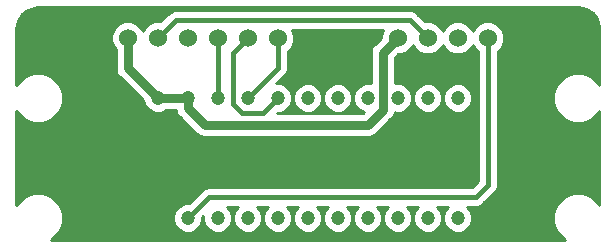
<source format=gbr>
G04 #@! TF.GenerationSoftware,KiCad,Pcbnew,(5.0.2)-1*
G04 #@! TF.CreationDate,2019-03-16T10:06:05-05:00*
G04 #@! TF.ProjectId,CCDBoard_Hardware,43434442-6f61-4726-945f-486172647761,rev?*
G04 #@! TF.SameCoordinates,Original*
G04 #@! TF.FileFunction,Copper,L1,Top*
G04 #@! TF.FilePolarity,Positive*
%FSLAX46Y46*%
G04 Gerber Fmt 4.6, Leading zero omitted, Abs format (unit mm)*
G04 Created by KiCad (PCBNEW (5.0.2)-1) date 3/16/2019 10:06:05 AM*
%MOMM*%
%LPD*%
G01*
G04 APERTURE LIST*
G04 #@! TA.AperFunction,ComponentPad*
%ADD10C,1.200000*%
G04 #@! TD*
G04 #@! TA.AperFunction,ComponentPad*
%ADD11C,1.524000*%
G04 #@! TD*
G04 #@! TA.AperFunction,Conductor*
%ADD12C,0.381000*%
G04 #@! TD*
G04 #@! TA.AperFunction,Conductor*
%ADD13C,0.762000*%
G04 #@! TD*
G04 #@! TA.AperFunction,Conductor*
%ADD14C,0.254000*%
G04 #@! TD*
G04 APERTURE END LIST*
D10*
G04 #@! TO.P,U1,22*
G04 #@! TO.N,GND*
X12700000Y2540000D03*
G04 #@! TO.P,U1,21*
G04 #@! TO.N,OS*
X15240000Y2540000D03*
G04 #@! TO.P,U1,20*
G04 #@! TO.N,N/C*
X17780000Y2540000D03*
G04 #@! TO.P,U1,19*
X20320000Y2540000D03*
G04 #@! TO.P,U1,18*
X22860000Y2540000D03*
G04 #@! TO.P,U1,17*
X25400000Y2540000D03*
G04 #@! TO.P,U1,16*
X27940000Y2540000D03*
G04 #@! TO.P,U1,15*
X30480000Y2540000D03*
G04 #@! TO.P,U1,14*
X33020000Y2540000D03*
G04 #@! TO.P,U1,13*
X35560000Y2540000D03*
G04 #@! TO.P,U1,12*
X38100000Y2540000D03*
G04 #@! TO.P,U1,11*
X38100000Y12700000D03*
G04 #@! TO.P,U1,10*
X35560000Y12700000D03*
G04 #@! TO.P,U1,9*
X33020000Y12700000D03*
G04 #@! TO.P,U1,8*
X30480000Y12700000D03*
G04 #@! TO.P,U1,7*
X27940000Y12700000D03*
G04 #@! TO.P,U1,6*
X25400000Y12700000D03*
G04 #@! TO.P,U1,5*
G04 #@! TO.N,SH*
X22860000Y12700000D03*
G04 #@! TO.P,U1,4*
G04 #@! TO.N,M*
X20320000Y12700000D03*
G04 #@! TO.P,U1,3*
G04 #@! TO.N,ICG*
X17780000Y12700000D03*
G04 #@! TO.P,U1,2*
G04 #@! TO.N,+3V3*
X15240000Y12700000D03*
G04 #@! TO.P,U1,1*
X12700000Y12700000D03*
G04 #@! TD*
D11*
G04 #@! TO.P,Conn1,1*
G04 #@! TO.N,+3V3*
X33020000Y17780000D03*
G04 #@! TO.P,Conn1,2*
G04 #@! TO.N,Sync2*
X35560000Y17780000D03*
G04 #@! TO.P,Conn1,3*
G04 #@! TO.N,Sync1*
X38100000Y17780000D03*
G04 #@! TO.P,Conn1,4*
G04 #@! TO.N,OS*
X40640000Y17780000D03*
G04 #@! TO.P,Conn1,5*
G04 #@! TO.N,GND*
X43180000Y17780000D03*
G04 #@! TD*
G04 #@! TO.P,Conn2,1*
G04 #@! TO.N,+3V3*
X10160000Y17780000D03*
G04 #@! TO.P,Conn2,2*
G04 #@! TO.N,Sync2*
X12700000Y17780000D03*
G04 #@! TO.P,Conn2,3*
G04 #@! TO.N,Sync1*
X15240000Y17780000D03*
G04 #@! TO.P,Conn2,4*
G04 #@! TO.N,ICG*
X17780000Y17780000D03*
G04 #@! TO.P,Conn2,5*
G04 #@! TO.N,SH*
X20320000Y17780000D03*
G04 #@! TO.P,Conn2,6*
G04 #@! TO.N,M*
X22860000Y17780000D03*
G04 #@! TO.P,Conn2,7*
G04 #@! TO.N,GND*
X25400000Y17780000D03*
G04 #@! TD*
D12*
G04 #@! TO.N,Sync2*
X14224000Y19304000D02*
X12700000Y17780000D01*
X34036000Y19304000D02*
X14224000Y19304000D01*
X35560000Y17780000D02*
X34036000Y19304000D01*
D13*
G04 #@! TO.N,+3V3*
X10160000Y15240000D02*
X12700000Y12700000D01*
X10160000Y17780000D02*
X10160000Y15240000D01*
X12700000Y12700000D02*
X15240000Y12700000D01*
X31750000Y16510000D02*
X33020000Y17780000D01*
X31750000Y11684000D02*
X31750000Y16510000D01*
X30480000Y10414000D02*
X31750000Y11684000D01*
X16677472Y10414000D02*
X30480000Y10414000D01*
X15240000Y11851472D02*
X16677472Y10414000D01*
X15240000Y12700000D02*
X15240000Y11851472D01*
D12*
G04 #@! TO.N,ICG*
X17780000Y16702370D02*
X17780000Y12700000D01*
X17780000Y17780000D02*
X17780000Y16702370D01*
G04 #@! TO.N,SH*
X20320000Y17780000D02*
X19050000Y16510000D01*
X19050000Y16510000D02*
X19050000Y12192000D01*
X19050000Y12192000D02*
X19812000Y11430000D01*
X21590000Y11430000D02*
X22860000Y12700000D01*
X19812000Y11430000D02*
X21590000Y11430000D01*
G04 #@! TO.N,M*
X22860000Y15240000D02*
X20320000Y12700000D01*
X22860000Y17780000D02*
X22860000Y15240000D01*
G04 #@! TO.N,OS*
X15240000Y2540000D02*
X17018000Y4318000D01*
X17018000Y4318000D02*
X39624000Y4318000D01*
X40640000Y5334000D02*
X40640000Y17780000D01*
X39624000Y4318000D02*
X40640000Y5334000D01*
G04 #@! TD*
D14*
G04 #@! TO.N,GND*
G36*
X48713698Y20309042D02*
X49138893Y20140695D01*
X49508858Y19871899D01*
X49800356Y19519538D01*
X49995067Y19105756D01*
X50087093Y18623338D01*
X50090000Y18530836D01*
X50090000Y13790982D01*
X50047246Y13894199D01*
X49454199Y14487246D01*
X48679347Y14808200D01*
X47840653Y14808200D01*
X47065801Y14487246D01*
X46472754Y13894199D01*
X46151800Y13119347D01*
X46151800Y12280653D01*
X46472754Y11505801D01*
X47065801Y10912754D01*
X47840653Y10591800D01*
X48679347Y10591800D01*
X49454199Y10912754D01*
X50047246Y11505801D01*
X50090000Y11609018D01*
X50090001Y3630979D01*
X50047246Y3734199D01*
X49454199Y4327246D01*
X48679347Y4648200D01*
X47840653Y4648200D01*
X47065801Y4327246D01*
X46472754Y3734199D01*
X46151800Y2959347D01*
X46151800Y2120653D01*
X46472754Y1345801D01*
X47065801Y752754D01*
X47169018Y710000D01*
X3630982Y710000D01*
X3734199Y752754D01*
X4327246Y1345801D01*
X4648200Y2120653D01*
X4648200Y2959347D01*
X4327246Y3734199D01*
X3734199Y4327246D01*
X2959347Y4648200D01*
X2120653Y4648200D01*
X1345801Y4327246D01*
X752754Y3734199D01*
X710000Y3630982D01*
X710000Y11609018D01*
X752754Y11505801D01*
X1345801Y10912754D01*
X2120653Y10591800D01*
X2959347Y10591800D01*
X3734199Y10912754D01*
X4327246Y11505801D01*
X4648200Y12280653D01*
X4648200Y13119347D01*
X4327246Y13894199D01*
X3734199Y14487246D01*
X2959347Y14808200D01*
X2120653Y14808200D01*
X1345801Y14487246D01*
X752754Y13894199D01*
X710000Y13790982D01*
X710000Y18057881D01*
X8763000Y18057881D01*
X8763000Y17502119D01*
X8975680Y16988663D01*
X9144000Y16820343D01*
X9144001Y15340068D01*
X9124096Y15240000D01*
X9188165Y14917906D01*
X9202950Y14843577D01*
X9427506Y14507505D01*
X9512338Y14450822D01*
X11465000Y12498159D01*
X11465000Y12454343D01*
X11653018Y12000429D01*
X12000429Y11653018D01*
X12454343Y11465000D01*
X12945657Y11465000D01*
X13399571Y11653018D01*
X13430553Y11684000D01*
X14237408Y11684000D01*
X14282950Y11455049D01*
X14507506Y11118977D01*
X14592337Y11062294D01*
X15888294Y9766337D01*
X15944977Y9681505D01*
X16029808Y9624823D01*
X16281047Y9456950D01*
X16281048Y9456950D01*
X16281049Y9456949D01*
X16577407Y9398000D01*
X16677471Y9378096D01*
X16777535Y9398000D01*
X30379937Y9398000D01*
X30480000Y9378096D01*
X30580063Y9398000D01*
X30580065Y9398000D01*
X30876423Y9456949D01*
X31212495Y9681505D01*
X31269180Y9766339D01*
X32397664Y10894823D01*
X32482495Y10951505D01*
X32707051Y11287577D01*
X32744778Y11477246D01*
X32774343Y11465000D01*
X33265657Y11465000D01*
X33719571Y11653018D01*
X34066982Y12000429D01*
X34255000Y12454343D01*
X34255000Y12945657D01*
X34325000Y12945657D01*
X34325000Y12454343D01*
X34513018Y12000429D01*
X34860429Y11653018D01*
X35314343Y11465000D01*
X35805657Y11465000D01*
X36259571Y11653018D01*
X36606982Y12000429D01*
X36795000Y12454343D01*
X36795000Y12945657D01*
X36865000Y12945657D01*
X36865000Y12454343D01*
X37053018Y12000429D01*
X37400429Y11653018D01*
X37854343Y11465000D01*
X38345657Y11465000D01*
X38799571Y11653018D01*
X39146982Y12000429D01*
X39335000Y12454343D01*
X39335000Y12945657D01*
X39146982Y13399571D01*
X38799571Y13746982D01*
X38345657Y13935000D01*
X37854343Y13935000D01*
X37400429Y13746982D01*
X37053018Y13399571D01*
X36865000Y12945657D01*
X36795000Y12945657D01*
X36606982Y13399571D01*
X36259571Y13746982D01*
X35805657Y13935000D01*
X35314343Y13935000D01*
X34860429Y13746982D01*
X34513018Y13399571D01*
X34325000Y12945657D01*
X34255000Y12945657D01*
X34066982Y13399571D01*
X33719571Y13746982D01*
X33265657Y13935000D01*
X32774343Y13935000D01*
X32766000Y13931544D01*
X32766000Y16089160D01*
X33059840Y16383000D01*
X33297881Y16383000D01*
X33811337Y16595680D01*
X34204320Y16988663D01*
X34290000Y17195513D01*
X34375680Y16988663D01*
X34768663Y16595680D01*
X35282119Y16383000D01*
X35837881Y16383000D01*
X36351337Y16595680D01*
X36744320Y16988663D01*
X36830000Y17195513D01*
X36915680Y16988663D01*
X37308663Y16595680D01*
X37822119Y16383000D01*
X38377881Y16383000D01*
X38891337Y16595680D01*
X39284320Y16988663D01*
X39370000Y17195513D01*
X39455680Y16988663D01*
X39814501Y16629842D01*
X39814500Y5675933D01*
X39282068Y5143500D01*
X17099303Y5143500D01*
X17018000Y5159672D01*
X16695905Y5095604D01*
X16570645Y5011907D01*
X16422848Y4913152D01*
X16376793Y4844226D01*
X15307568Y3775000D01*
X14994343Y3775000D01*
X14540429Y3586982D01*
X14193018Y3239571D01*
X14005000Y2785657D01*
X14005000Y2294343D01*
X14193018Y1840429D01*
X14540429Y1493018D01*
X14994343Y1305000D01*
X15485657Y1305000D01*
X15939571Y1493018D01*
X16286982Y1840429D01*
X16475000Y2294343D01*
X16475000Y2607568D01*
X16545000Y2677568D01*
X16545000Y2294343D01*
X16733018Y1840429D01*
X17080429Y1493018D01*
X17534343Y1305000D01*
X18025657Y1305000D01*
X18479571Y1493018D01*
X18826982Y1840429D01*
X19015000Y2294343D01*
X19015000Y2785657D01*
X18826982Y3239571D01*
X18574053Y3492500D01*
X19525947Y3492500D01*
X19273018Y3239571D01*
X19085000Y2785657D01*
X19085000Y2294343D01*
X19273018Y1840429D01*
X19620429Y1493018D01*
X20074343Y1305000D01*
X20565657Y1305000D01*
X21019571Y1493018D01*
X21366982Y1840429D01*
X21555000Y2294343D01*
X21555000Y2785657D01*
X21366982Y3239571D01*
X21114053Y3492500D01*
X22065947Y3492500D01*
X21813018Y3239571D01*
X21625000Y2785657D01*
X21625000Y2294343D01*
X21813018Y1840429D01*
X22160429Y1493018D01*
X22614343Y1305000D01*
X23105657Y1305000D01*
X23559571Y1493018D01*
X23906982Y1840429D01*
X24095000Y2294343D01*
X24095000Y2785657D01*
X23906982Y3239571D01*
X23654053Y3492500D01*
X24605947Y3492500D01*
X24353018Y3239571D01*
X24165000Y2785657D01*
X24165000Y2294343D01*
X24353018Y1840429D01*
X24700429Y1493018D01*
X25154343Y1305000D01*
X25645657Y1305000D01*
X26099571Y1493018D01*
X26446982Y1840429D01*
X26635000Y2294343D01*
X26635000Y2785657D01*
X26446982Y3239571D01*
X26194053Y3492500D01*
X27145947Y3492500D01*
X26893018Y3239571D01*
X26705000Y2785657D01*
X26705000Y2294343D01*
X26893018Y1840429D01*
X27240429Y1493018D01*
X27694343Y1305000D01*
X28185657Y1305000D01*
X28639571Y1493018D01*
X28986982Y1840429D01*
X29175000Y2294343D01*
X29175000Y2785657D01*
X28986982Y3239571D01*
X28734053Y3492500D01*
X29685947Y3492500D01*
X29433018Y3239571D01*
X29245000Y2785657D01*
X29245000Y2294343D01*
X29433018Y1840429D01*
X29780429Y1493018D01*
X30234343Y1305000D01*
X30725657Y1305000D01*
X31179571Y1493018D01*
X31526982Y1840429D01*
X31715000Y2294343D01*
X31715000Y2785657D01*
X31526982Y3239571D01*
X31274053Y3492500D01*
X32225947Y3492500D01*
X31973018Y3239571D01*
X31785000Y2785657D01*
X31785000Y2294343D01*
X31973018Y1840429D01*
X32320429Y1493018D01*
X32774343Y1305000D01*
X33265657Y1305000D01*
X33719571Y1493018D01*
X34066982Y1840429D01*
X34255000Y2294343D01*
X34255000Y2785657D01*
X34066982Y3239571D01*
X33814053Y3492500D01*
X34765947Y3492500D01*
X34513018Y3239571D01*
X34325000Y2785657D01*
X34325000Y2294343D01*
X34513018Y1840429D01*
X34860429Y1493018D01*
X35314343Y1305000D01*
X35805657Y1305000D01*
X36259571Y1493018D01*
X36606982Y1840429D01*
X36795000Y2294343D01*
X36795000Y2785657D01*
X36606982Y3239571D01*
X36354053Y3492500D01*
X37305947Y3492500D01*
X37053018Y3239571D01*
X36865000Y2785657D01*
X36865000Y2294343D01*
X37053018Y1840429D01*
X37400429Y1493018D01*
X37854343Y1305000D01*
X38345657Y1305000D01*
X38799571Y1493018D01*
X39146982Y1840429D01*
X39335000Y2294343D01*
X39335000Y2785657D01*
X39146982Y3239571D01*
X38894053Y3492500D01*
X39542699Y3492500D01*
X39624000Y3476328D01*
X39705301Y3492500D01*
X39705303Y3492500D01*
X39946094Y3540396D01*
X40219152Y3722848D01*
X40265209Y3791777D01*
X41166226Y4692793D01*
X41235152Y4738848D01*
X41417604Y5011906D01*
X41465500Y5252697D01*
X41465500Y5252698D01*
X41481672Y5334000D01*
X41465500Y5415301D01*
X41465500Y16629843D01*
X41824320Y16988663D01*
X42037000Y17502119D01*
X42037000Y18057881D01*
X41824320Y18571337D01*
X41431337Y18964320D01*
X40917881Y19177000D01*
X40362119Y19177000D01*
X39848663Y18964320D01*
X39455680Y18571337D01*
X39370000Y18364487D01*
X39284320Y18571337D01*
X38891337Y18964320D01*
X38377881Y19177000D01*
X37822119Y19177000D01*
X37308663Y18964320D01*
X36915680Y18571337D01*
X36830000Y18364487D01*
X36744320Y18571337D01*
X36351337Y18964320D01*
X35837881Y19177000D01*
X35330433Y19177000D01*
X34677209Y19830223D01*
X34631152Y19899152D01*
X34358094Y20081604D01*
X34117303Y20129500D01*
X34117301Y20129500D01*
X34036000Y20145672D01*
X33954699Y20129500D01*
X14305297Y20129500D01*
X14223999Y20145671D01*
X14142701Y20129500D01*
X14142697Y20129500D01*
X13901906Y20081604D01*
X13808784Y20019382D01*
X13697772Y19945206D01*
X13697771Y19945205D01*
X13628848Y19899152D01*
X13582795Y19830229D01*
X12929567Y19177000D01*
X12422119Y19177000D01*
X11908663Y18964320D01*
X11515680Y18571337D01*
X11430000Y18364487D01*
X11344320Y18571337D01*
X10951337Y18964320D01*
X10437881Y19177000D01*
X9882119Y19177000D01*
X9368663Y18964320D01*
X8975680Y18571337D01*
X8763000Y18057881D01*
X710000Y18057881D01*
X710000Y18497334D01*
X772958Y18995698D01*
X941305Y19420893D01*
X1210101Y19790858D01*
X1562462Y20082356D01*
X1976244Y20277067D01*
X2458662Y20369093D01*
X2551164Y20372000D01*
X48215334Y20372000D01*
X48713698Y20309042D01*
X48713698Y20309042D01*
G37*
X48713698Y20309042D02*
X49138893Y20140695D01*
X49508858Y19871899D01*
X49800356Y19519538D01*
X49995067Y19105756D01*
X50087093Y18623338D01*
X50090000Y18530836D01*
X50090000Y13790982D01*
X50047246Y13894199D01*
X49454199Y14487246D01*
X48679347Y14808200D01*
X47840653Y14808200D01*
X47065801Y14487246D01*
X46472754Y13894199D01*
X46151800Y13119347D01*
X46151800Y12280653D01*
X46472754Y11505801D01*
X47065801Y10912754D01*
X47840653Y10591800D01*
X48679347Y10591800D01*
X49454199Y10912754D01*
X50047246Y11505801D01*
X50090000Y11609018D01*
X50090001Y3630979D01*
X50047246Y3734199D01*
X49454199Y4327246D01*
X48679347Y4648200D01*
X47840653Y4648200D01*
X47065801Y4327246D01*
X46472754Y3734199D01*
X46151800Y2959347D01*
X46151800Y2120653D01*
X46472754Y1345801D01*
X47065801Y752754D01*
X47169018Y710000D01*
X3630982Y710000D01*
X3734199Y752754D01*
X4327246Y1345801D01*
X4648200Y2120653D01*
X4648200Y2959347D01*
X4327246Y3734199D01*
X3734199Y4327246D01*
X2959347Y4648200D01*
X2120653Y4648200D01*
X1345801Y4327246D01*
X752754Y3734199D01*
X710000Y3630982D01*
X710000Y11609018D01*
X752754Y11505801D01*
X1345801Y10912754D01*
X2120653Y10591800D01*
X2959347Y10591800D01*
X3734199Y10912754D01*
X4327246Y11505801D01*
X4648200Y12280653D01*
X4648200Y13119347D01*
X4327246Y13894199D01*
X3734199Y14487246D01*
X2959347Y14808200D01*
X2120653Y14808200D01*
X1345801Y14487246D01*
X752754Y13894199D01*
X710000Y13790982D01*
X710000Y18057881D01*
X8763000Y18057881D01*
X8763000Y17502119D01*
X8975680Y16988663D01*
X9144000Y16820343D01*
X9144001Y15340068D01*
X9124096Y15240000D01*
X9188165Y14917906D01*
X9202950Y14843577D01*
X9427506Y14507505D01*
X9512338Y14450822D01*
X11465000Y12498159D01*
X11465000Y12454343D01*
X11653018Y12000429D01*
X12000429Y11653018D01*
X12454343Y11465000D01*
X12945657Y11465000D01*
X13399571Y11653018D01*
X13430553Y11684000D01*
X14237408Y11684000D01*
X14282950Y11455049D01*
X14507506Y11118977D01*
X14592337Y11062294D01*
X15888294Y9766337D01*
X15944977Y9681505D01*
X16029808Y9624823D01*
X16281047Y9456950D01*
X16281048Y9456950D01*
X16281049Y9456949D01*
X16577407Y9398000D01*
X16677471Y9378096D01*
X16777535Y9398000D01*
X30379937Y9398000D01*
X30480000Y9378096D01*
X30580063Y9398000D01*
X30580065Y9398000D01*
X30876423Y9456949D01*
X31212495Y9681505D01*
X31269180Y9766339D01*
X32397664Y10894823D01*
X32482495Y10951505D01*
X32707051Y11287577D01*
X32744778Y11477246D01*
X32774343Y11465000D01*
X33265657Y11465000D01*
X33719571Y11653018D01*
X34066982Y12000429D01*
X34255000Y12454343D01*
X34255000Y12945657D01*
X34325000Y12945657D01*
X34325000Y12454343D01*
X34513018Y12000429D01*
X34860429Y11653018D01*
X35314343Y11465000D01*
X35805657Y11465000D01*
X36259571Y11653018D01*
X36606982Y12000429D01*
X36795000Y12454343D01*
X36795000Y12945657D01*
X36865000Y12945657D01*
X36865000Y12454343D01*
X37053018Y12000429D01*
X37400429Y11653018D01*
X37854343Y11465000D01*
X38345657Y11465000D01*
X38799571Y11653018D01*
X39146982Y12000429D01*
X39335000Y12454343D01*
X39335000Y12945657D01*
X39146982Y13399571D01*
X38799571Y13746982D01*
X38345657Y13935000D01*
X37854343Y13935000D01*
X37400429Y13746982D01*
X37053018Y13399571D01*
X36865000Y12945657D01*
X36795000Y12945657D01*
X36606982Y13399571D01*
X36259571Y13746982D01*
X35805657Y13935000D01*
X35314343Y13935000D01*
X34860429Y13746982D01*
X34513018Y13399571D01*
X34325000Y12945657D01*
X34255000Y12945657D01*
X34066982Y13399571D01*
X33719571Y13746982D01*
X33265657Y13935000D01*
X32774343Y13935000D01*
X32766000Y13931544D01*
X32766000Y16089160D01*
X33059840Y16383000D01*
X33297881Y16383000D01*
X33811337Y16595680D01*
X34204320Y16988663D01*
X34290000Y17195513D01*
X34375680Y16988663D01*
X34768663Y16595680D01*
X35282119Y16383000D01*
X35837881Y16383000D01*
X36351337Y16595680D01*
X36744320Y16988663D01*
X36830000Y17195513D01*
X36915680Y16988663D01*
X37308663Y16595680D01*
X37822119Y16383000D01*
X38377881Y16383000D01*
X38891337Y16595680D01*
X39284320Y16988663D01*
X39370000Y17195513D01*
X39455680Y16988663D01*
X39814501Y16629842D01*
X39814500Y5675933D01*
X39282068Y5143500D01*
X17099303Y5143500D01*
X17018000Y5159672D01*
X16695905Y5095604D01*
X16570645Y5011907D01*
X16422848Y4913152D01*
X16376793Y4844226D01*
X15307568Y3775000D01*
X14994343Y3775000D01*
X14540429Y3586982D01*
X14193018Y3239571D01*
X14005000Y2785657D01*
X14005000Y2294343D01*
X14193018Y1840429D01*
X14540429Y1493018D01*
X14994343Y1305000D01*
X15485657Y1305000D01*
X15939571Y1493018D01*
X16286982Y1840429D01*
X16475000Y2294343D01*
X16475000Y2607568D01*
X16545000Y2677568D01*
X16545000Y2294343D01*
X16733018Y1840429D01*
X17080429Y1493018D01*
X17534343Y1305000D01*
X18025657Y1305000D01*
X18479571Y1493018D01*
X18826982Y1840429D01*
X19015000Y2294343D01*
X19015000Y2785657D01*
X18826982Y3239571D01*
X18574053Y3492500D01*
X19525947Y3492500D01*
X19273018Y3239571D01*
X19085000Y2785657D01*
X19085000Y2294343D01*
X19273018Y1840429D01*
X19620429Y1493018D01*
X20074343Y1305000D01*
X20565657Y1305000D01*
X21019571Y1493018D01*
X21366982Y1840429D01*
X21555000Y2294343D01*
X21555000Y2785657D01*
X21366982Y3239571D01*
X21114053Y3492500D01*
X22065947Y3492500D01*
X21813018Y3239571D01*
X21625000Y2785657D01*
X21625000Y2294343D01*
X21813018Y1840429D01*
X22160429Y1493018D01*
X22614343Y1305000D01*
X23105657Y1305000D01*
X23559571Y1493018D01*
X23906982Y1840429D01*
X24095000Y2294343D01*
X24095000Y2785657D01*
X23906982Y3239571D01*
X23654053Y3492500D01*
X24605947Y3492500D01*
X24353018Y3239571D01*
X24165000Y2785657D01*
X24165000Y2294343D01*
X24353018Y1840429D01*
X24700429Y1493018D01*
X25154343Y1305000D01*
X25645657Y1305000D01*
X26099571Y1493018D01*
X26446982Y1840429D01*
X26635000Y2294343D01*
X26635000Y2785657D01*
X26446982Y3239571D01*
X26194053Y3492500D01*
X27145947Y3492500D01*
X26893018Y3239571D01*
X26705000Y2785657D01*
X26705000Y2294343D01*
X26893018Y1840429D01*
X27240429Y1493018D01*
X27694343Y1305000D01*
X28185657Y1305000D01*
X28639571Y1493018D01*
X28986982Y1840429D01*
X29175000Y2294343D01*
X29175000Y2785657D01*
X28986982Y3239571D01*
X28734053Y3492500D01*
X29685947Y3492500D01*
X29433018Y3239571D01*
X29245000Y2785657D01*
X29245000Y2294343D01*
X29433018Y1840429D01*
X29780429Y1493018D01*
X30234343Y1305000D01*
X30725657Y1305000D01*
X31179571Y1493018D01*
X31526982Y1840429D01*
X31715000Y2294343D01*
X31715000Y2785657D01*
X31526982Y3239571D01*
X31274053Y3492500D01*
X32225947Y3492500D01*
X31973018Y3239571D01*
X31785000Y2785657D01*
X31785000Y2294343D01*
X31973018Y1840429D01*
X32320429Y1493018D01*
X32774343Y1305000D01*
X33265657Y1305000D01*
X33719571Y1493018D01*
X34066982Y1840429D01*
X34255000Y2294343D01*
X34255000Y2785657D01*
X34066982Y3239571D01*
X33814053Y3492500D01*
X34765947Y3492500D01*
X34513018Y3239571D01*
X34325000Y2785657D01*
X34325000Y2294343D01*
X34513018Y1840429D01*
X34860429Y1493018D01*
X35314343Y1305000D01*
X35805657Y1305000D01*
X36259571Y1493018D01*
X36606982Y1840429D01*
X36795000Y2294343D01*
X36795000Y2785657D01*
X36606982Y3239571D01*
X36354053Y3492500D01*
X37305947Y3492500D01*
X37053018Y3239571D01*
X36865000Y2785657D01*
X36865000Y2294343D01*
X37053018Y1840429D01*
X37400429Y1493018D01*
X37854343Y1305000D01*
X38345657Y1305000D01*
X38799571Y1493018D01*
X39146982Y1840429D01*
X39335000Y2294343D01*
X39335000Y2785657D01*
X39146982Y3239571D01*
X38894053Y3492500D01*
X39542699Y3492500D01*
X39624000Y3476328D01*
X39705301Y3492500D01*
X39705303Y3492500D01*
X39946094Y3540396D01*
X40219152Y3722848D01*
X40265209Y3791777D01*
X41166226Y4692793D01*
X41235152Y4738848D01*
X41417604Y5011906D01*
X41465500Y5252697D01*
X41465500Y5252698D01*
X41481672Y5334000D01*
X41465500Y5415301D01*
X41465500Y16629843D01*
X41824320Y16988663D01*
X42037000Y17502119D01*
X42037000Y18057881D01*
X41824320Y18571337D01*
X41431337Y18964320D01*
X40917881Y19177000D01*
X40362119Y19177000D01*
X39848663Y18964320D01*
X39455680Y18571337D01*
X39370000Y18364487D01*
X39284320Y18571337D01*
X38891337Y18964320D01*
X38377881Y19177000D01*
X37822119Y19177000D01*
X37308663Y18964320D01*
X36915680Y18571337D01*
X36830000Y18364487D01*
X36744320Y18571337D01*
X36351337Y18964320D01*
X35837881Y19177000D01*
X35330433Y19177000D01*
X34677209Y19830223D01*
X34631152Y19899152D01*
X34358094Y20081604D01*
X34117303Y20129500D01*
X34117301Y20129500D01*
X34036000Y20145672D01*
X33954699Y20129500D01*
X14305297Y20129500D01*
X14223999Y20145671D01*
X14142701Y20129500D01*
X14142697Y20129500D01*
X13901906Y20081604D01*
X13808784Y20019382D01*
X13697772Y19945206D01*
X13697771Y19945205D01*
X13628848Y19899152D01*
X13582795Y19830229D01*
X12929567Y19177000D01*
X12422119Y19177000D01*
X11908663Y18964320D01*
X11515680Y18571337D01*
X11430000Y18364487D01*
X11344320Y18571337D01*
X10951337Y18964320D01*
X10437881Y19177000D01*
X9882119Y19177000D01*
X9368663Y18964320D01*
X8975680Y18571337D01*
X8763000Y18057881D01*
X710000Y18057881D01*
X710000Y18497334D01*
X772958Y18995698D01*
X941305Y19420893D01*
X1210101Y19790858D01*
X1562462Y20082356D01*
X1976244Y20277067D01*
X2458662Y20369093D01*
X2551164Y20372000D01*
X48215334Y20372000D01*
X48713698Y20309042D01*
G36*
X31623000Y18057881D02*
X31623000Y17819840D01*
X31102337Y17299177D01*
X31017506Y17242495D01*
X30960823Y17157663D01*
X30792950Y16906423D01*
X30714096Y16510000D01*
X30734001Y16409932D01*
X30734000Y13931544D01*
X30725657Y13935000D01*
X30234343Y13935000D01*
X29780429Y13746982D01*
X29433018Y13399571D01*
X29245000Y12945657D01*
X29245000Y12454343D01*
X29433018Y12000429D01*
X29780429Y11653018D01*
X30135219Y11506059D01*
X30059160Y11430000D01*
X22757432Y11430000D01*
X22792432Y11465000D01*
X23105657Y11465000D01*
X23559571Y11653018D01*
X23906982Y12000429D01*
X24095000Y12454343D01*
X24095000Y12945657D01*
X24165000Y12945657D01*
X24165000Y12454343D01*
X24353018Y12000429D01*
X24700429Y11653018D01*
X25154343Y11465000D01*
X25645657Y11465000D01*
X26099571Y11653018D01*
X26446982Y12000429D01*
X26635000Y12454343D01*
X26635000Y12945657D01*
X26705000Y12945657D01*
X26705000Y12454343D01*
X26893018Y12000429D01*
X27240429Y11653018D01*
X27694343Y11465000D01*
X28185657Y11465000D01*
X28639571Y11653018D01*
X28986982Y12000429D01*
X29175000Y12454343D01*
X29175000Y12945657D01*
X28986982Y13399571D01*
X28639571Y13746982D01*
X28185657Y13935000D01*
X27694343Y13935000D01*
X27240429Y13746982D01*
X26893018Y13399571D01*
X26705000Y12945657D01*
X26635000Y12945657D01*
X26446982Y13399571D01*
X26099571Y13746982D01*
X25645657Y13935000D01*
X25154343Y13935000D01*
X24700429Y13746982D01*
X24353018Y13399571D01*
X24165000Y12945657D01*
X24095000Y12945657D01*
X23906982Y13399571D01*
X23559571Y13746982D01*
X23105657Y13935000D01*
X22722433Y13935000D01*
X23386229Y14598795D01*
X23455152Y14644848D01*
X23637604Y14917906D01*
X23685500Y15158697D01*
X23685500Y15158701D01*
X23701671Y15239999D01*
X23685500Y15321297D01*
X23685500Y16629843D01*
X24044320Y16988663D01*
X24257000Y17502119D01*
X24257000Y18057881D01*
X24082774Y18478500D01*
X31797226Y18478500D01*
X31623000Y18057881D01*
X31623000Y18057881D01*
G37*
X31623000Y18057881D02*
X31623000Y17819840D01*
X31102337Y17299177D01*
X31017506Y17242495D01*
X30960823Y17157663D01*
X30792950Y16906423D01*
X30714096Y16510000D01*
X30734001Y16409932D01*
X30734000Y13931544D01*
X30725657Y13935000D01*
X30234343Y13935000D01*
X29780429Y13746982D01*
X29433018Y13399571D01*
X29245000Y12945657D01*
X29245000Y12454343D01*
X29433018Y12000429D01*
X29780429Y11653018D01*
X30135219Y11506059D01*
X30059160Y11430000D01*
X22757432Y11430000D01*
X22792432Y11465000D01*
X23105657Y11465000D01*
X23559571Y11653018D01*
X23906982Y12000429D01*
X24095000Y12454343D01*
X24095000Y12945657D01*
X24165000Y12945657D01*
X24165000Y12454343D01*
X24353018Y12000429D01*
X24700429Y11653018D01*
X25154343Y11465000D01*
X25645657Y11465000D01*
X26099571Y11653018D01*
X26446982Y12000429D01*
X26635000Y12454343D01*
X26635000Y12945657D01*
X26705000Y12945657D01*
X26705000Y12454343D01*
X26893018Y12000429D01*
X27240429Y11653018D01*
X27694343Y11465000D01*
X28185657Y11465000D01*
X28639571Y11653018D01*
X28986982Y12000429D01*
X29175000Y12454343D01*
X29175000Y12945657D01*
X28986982Y13399571D01*
X28639571Y13746982D01*
X28185657Y13935000D01*
X27694343Y13935000D01*
X27240429Y13746982D01*
X26893018Y13399571D01*
X26705000Y12945657D01*
X26635000Y12945657D01*
X26446982Y13399571D01*
X26099571Y13746982D01*
X25645657Y13935000D01*
X25154343Y13935000D01*
X24700429Y13746982D01*
X24353018Y13399571D01*
X24165000Y12945657D01*
X24095000Y12945657D01*
X23906982Y13399571D01*
X23559571Y13746982D01*
X23105657Y13935000D01*
X22722433Y13935000D01*
X23386229Y14598795D01*
X23455152Y14644848D01*
X23637604Y14917906D01*
X23685500Y15158697D01*
X23685500Y15158701D01*
X23701671Y15239999D01*
X23685500Y15321297D01*
X23685500Y16629843D01*
X24044320Y16988663D01*
X24257000Y17502119D01*
X24257000Y18057881D01*
X24082774Y18478500D01*
X31797226Y18478500D01*
X31623000Y18057881D01*
G04 #@! TD*
M02*

</source>
